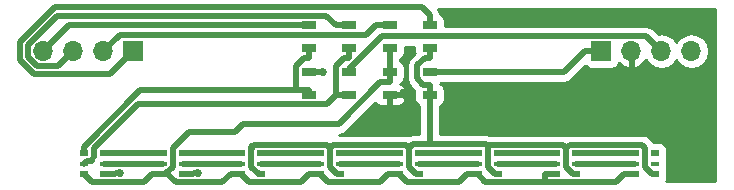
<source format=gtl>
G04 #@! TF.FileFunction,Copper,L1,Top,Signal*
%FSLAX46Y46*%
G04 Gerber Fmt 4.6, Leading zero omitted, Abs format (unit mm)*
G04 Created by KiCad (PCBNEW 4.0.6) date Thu Jun 20 17:11:49 2019*
%MOMM*%
%LPD*%
G01*
G04 APERTURE LIST*
%ADD10C,0.100000*%
%ADD11R,0.800000X0.500000*%
%ADD12R,0.800000X0.300000*%
%ADD13R,1.700000X1.700000*%
%ADD14O,1.700000X1.700000*%
%ADD15R,1.300000X0.700000*%
%ADD16C,0.685800*%
%ADD17C,0.508000*%
%ADD18C,0.299800*%
%ADD19C,0.254000*%
G04 APERTURE END LIST*
D10*
D11*
X105810000Y-112870000D03*
D12*
X105810000Y-113770000D03*
D11*
X105810000Y-114670000D03*
X107510000Y-114670000D03*
D12*
X107510000Y-113770000D03*
D11*
X107510000Y-112870000D03*
X112480000Y-112870000D03*
D12*
X112480000Y-113770000D03*
D11*
X112480000Y-114670000D03*
X114180000Y-114670000D03*
D12*
X114180000Y-113770000D03*
D11*
X114180000Y-112870000D03*
X119150000Y-112870000D03*
D12*
X119150000Y-113770000D03*
D11*
X119150000Y-114670000D03*
X120850000Y-114670000D03*
D12*
X120850000Y-113770000D03*
D11*
X120850000Y-112870000D03*
X125810000Y-112870000D03*
D12*
X125810000Y-113770000D03*
D11*
X125810000Y-114670000D03*
X127510000Y-114670000D03*
D12*
X127510000Y-113770000D03*
D11*
X127510000Y-112870000D03*
X132480000Y-112870000D03*
D12*
X132480000Y-113770000D03*
D11*
X132480000Y-114670000D03*
X134180000Y-114670000D03*
D12*
X134180000Y-113770000D03*
D11*
X134180000Y-112870000D03*
X139150000Y-112870000D03*
D12*
X139150000Y-113770000D03*
D11*
X139150000Y-114670000D03*
X140850000Y-114670000D03*
D12*
X140850000Y-113770000D03*
D11*
X140850000Y-112870000D03*
X145810000Y-112870000D03*
D12*
X145810000Y-113770000D03*
D11*
X145810000Y-114670000D03*
X147510000Y-114670000D03*
D12*
X147510000Y-113770000D03*
D11*
X147510000Y-112870000D03*
X152480000Y-112870000D03*
D12*
X152480000Y-113770000D03*
D11*
X152480000Y-114670000D03*
X154180000Y-114670000D03*
D12*
X154180000Y-113770000D03*
D11*
X154180000Y-112870000D03*
D13*
X110000000Y-104250000D03*
D14*
X107460000Y-104250000D03*
X104920000Y-104250000D03*
X102380000Y-104250000D03*
D13*
X149630000Y-104250000D03*
D14*
X152170000Y-104250000D03*
X154710000Y-104250000D03*
X157250000Y-104250000D03*
D15*
X124900000Y-103950000D03*
X124900000Y-102050000D03*
X128300000Y-103950000D03*
X128300000Y-102050000D03*
X131700000Y-103950000D03*
X131700000Y-102050000D03*
X135100000Y-103950000D03*
X135100000Y-102050000D03*
X124900000Y-106050000D03*
X124900000Y-107950000D03*
X128300000Y-106050000D03*
X128300000Y-107950000D03*
X131700000Y-107950000D03*
X131700000Y-106050000D03*
X135100000Y-106050000D03*
X135100000Y-107950000D03*
D16*
X120013900Y-112346400D03*
X108921800Y-114564900D03*
X115494700Y-114572300D03*
X132847500Y-107820500D03*
X126058000Y-106050000D03*
D17*
X124900000Y-107950000D02*
X124900000Y-107559400D01*
X124900000Y-103950000D02*
X124900000Y-104808000D01*
X124471000Y-104808000D02*
X124900000Y-104808000D01*
X123793700Y-105485300D02*
X124471000Y-104808000D01*
X123793700Y-107559400D02*
X123793700Y-105485300D01*
X124900000Y-107559400D02*
X123793700Y-107559400D01*
X105810000Y-112340600D02*
X105810000Y-112870000D01*
X110591200Y-107559400D02*
X105810000Y-112340600D01*
X123793700Y-107559400D02*
X110591200Y-107559400D01*
X128300000Y-107950000D02*
X127142000Y-107950000D01*
X128300000Y-103950000D02*
X128300000Y-104808000D01*
X127142000Y-105537000D02*
X127142000Y-107950000D01*
X127871000Y-104808000D02*
X127142000Y-105537000D01*
X128300000Y-104808000D02*
X127871000Y-104808000D01*
X106665900Y-112419200D02*
X106665900Y-113196300D01*
X110378300Y-108706800D02*
X106665900Y-112419200D01*
X126385200Y-108706800D02*
X110378300Y-108706800D01*
X127142000Y-107950000D02*
X126385200Y-108706800D01*
D18*
X106533200Y-113329000D02*
X106533200Y-113530800D01*
X106665900Y-113196300D02*
X106533200Y-113329000D01*
D17*
X106049200Y-113530800D02*
X105810000Y-113770000D01*
X106533200Y-113530800D02*
X106049200Y-113530800D01*
X145810000Y-114670000D02*
X144902000Y-114670000D01*
X139150000Y-114670000D02*
X138242000Y-114670000D01*
X152480000Y-114670000D02*
X151572000Y-114670000D01*
X144902000Y-115330700D02*
X144902000Y-114670000D01*
X139810700Y-115330700D02*
X144902000Y-115330700D01*
X139150000Y-114670000D02*
X139810700Y-115330700D01*
X150911300Y-115330700D02*
X151572000Y-114670000D01*
X144902000Y-115330700D02*
X150911300Y-115330700D01*
X132480000Y-114670000D02*
X131572000Y-114670000D01*
X133140800Y-115330800D02*
X132480000Y-114670000D01*
X137581200Y-115330800D02*
X133140800Y-115330800D01*
X138242000Y-114670000D02*
X137581200Y-115330800D01*
X125810000Y-114670000D02*
X124902000Y-114670000D01*
X126502400Y-115362400D02*
X125810000Y-114670000D01*
X130879600Y-115362400D02*
X126502400Y-115362400D01*
X131572000Y-114670000D02*
X130879600Y-115362400D01*
X131700000Y-103950000D02*
X131700000Y-106050000D01*
X131700000Y-106050000D02*
X131700000Y-106908000D01*
X113594200Y-115374700D02*
X112814400Y-114594800D01*
X117537300Y-115374700D02*
X113594200Y-115374700D01*
X118242000Y-114670000D02*
X117537300Y-115374700D01*
X119150000Y-114670000D02*
X118242000Y-114670000D01*
X124239800Y-115332200D02*
X124902000Y-114670000D01*
X119812200Y-115332200D02*
X124239800Y-115332200D01*
X119150000Y-114670000D02*
X119812200Y-115332200D01*
X130935400Y-106908000D02*
X131700000Y-106908000D01*
X127402700Y-110440700D02*
X130935400Y-106908000D01*
X119262800Y-110440700D02*
X127402700Y-110440700D01*
X118602100Y-111101400D02*
X119262800Y-110440700D01*
X114716800Y-111101400D02*
X118602100Y-111101400D01*
X113340400Y-112477800D02*
X114716800Y-111101400D01*
X113340400Y-114068800D02*
X113340400Y-112477800D01*
X112814400Y-114594800D02*
X113340400Y-114068800D01*
X112739200Y-114670000D02*
X112480000Y-114670000D01*
X112814400Y-114594800D02*
X112739200Y-114670000D01*
X106499900Y-115359900D02*
X105810000Y-114670000D01*
X110882100Y-115359900D02*
X106499900Y-115359900D01*
X111572000Y-114670000D02*
X110882100Y-115359900D01*
X112480000Y-114670000D02*
X111572000Y-114670000D01*
X135100000Y-108254800D02*
X135100000Y-108808000D01*
X135100000Y-108254800D02*
X135100000Y-107950000D01*
X134671000Y-104808000D02*
X135100000Y-104808000D01*
X134043200Y-105435800D02*
X134671000Y-104808000D01*
X134043200Y-106571500D02*
X134043200Y-105435800D01*
X134563700Y-107092000D02*
X134043200Y-106571500D01*
X135100000Y-107092000D02*
X134563700Y-107092000D01*
X135100000Y-107950000D02*
X135100000Y-107092000D01*
X135100000Y-103950000D02*
X135100000Y-104808000D01*
X146945600Y-112209200D02*
X146660000Y-112494800D01*
X153100500Y-112209200D02*
X146945600Y-112209200D01*
X153330000Y-112438700D02*
X153100500Y-112209200D01*
X153330000Y-114045200D02*
X153330000Y-112438700D01*
X153954800Y-114670000D02*
X153330000Y-114045200D01*
X154180000Y-114670000D02*
X153954800Y-114670000D01*
X147274200Y-114670000D02*
X147510000Y-114670000D01*
X146660000Y-114055800D02*
X147274200Y-114670000D01*
X146660000Y-112494800D02*
X146660000Y-114055800D01*
X140189300Y-112209200D02*
X140043200Y-112355300D01*
X146374400Y-112209200D02*
X140189300Y-112209200D01*
X146660000Y-112494800D02*
X146374400Y-112209200D01*
X140614200Y-114670000D02*
X140850000Y-114670000D01*
X140043200Y-114099000D02*
X140614200Y-114670000D01*
X140043200Y-112355300D02*
X140043200Y-114099000D01*
X135100000Y-112159700D02*
X135100000Y-108808000D01*
X139847600Y-112159700D02*
X135100000Y-112159700D01*
X140043200Y-112355300D02*
X139847600Y-112159700D01*
X133665100Y-112159700D02*
X133373200Y-112451600D01*
X135100000Y-112159700D02*
X133665100Y-112159700D01*
X133373200Y-114099000D02*
X133373200Y-112451600D01*
X133944200Y-114670000D02*
X133373200Y-114099000D01*
X134180000Y-114670000D02*
X133944200Y-114670000D01*
X126877700Y-112209200D02*
X126660000Y-112426900D01*
X133130800Y-112209200D02*
X126877700Y-112209200D01*
X133373200Y-112451600D02*
X133130800Y-112209200D01*
X127274200Y-114670000D02*
X127510000Y-114670000D01*
X126660000Y-114055800D02*
X127274200Y-114670000D01*
X126660000Y-112426900D02*
X126660000Y-114055800D01*
X120267100Y-112207500D02*
X120071100Y-112403500D01*
X126440600Y-112207500D02*
X120267100Y-112207500D01*
X126660000Y-112426900D02*
X126440600Y-112207500D01*
X120614200Y-114670000D02*
X120850000Y-114670000D01*
X120000000Y-114055800D02*
X120614200Y-114670000D01*
X120000000Y-112474600D02*
X120000000Y-114055800D01*
X120071100Y-112403500D02*
X120000000Y-112474600D01*
X120071100Y-112403500D02*
X120013900Y-112346400D01*
X108523100Y-114564900D02*
X108418000Y-114670000D01*
X108921800Y-114564900D02*
X108523100Y-114564900D01*
X107510000Y-114670000D02*
X108418000Y-114670000D01*
X114180000Y-114670000D02*
X115088000Y-114670000D01*
X115185700Y-114572300D02*
X115088000Y-114670000D01*
X115494700Y-114572300D02*
X115185700Y-114572300D01*
X111572000Y-113770000D02*
X108418000Y-113770000D01*
X112480000Y-113770000D02*
X111572000Y-113770000D01*
X107510000Y-113770000D02*
X108418000Y-113770000D01*
X112480000Y-112870000D02*
X107510000Y-112870000D01*
X119150000Y-113770000D02*
X114180000Y-113770000D01*
X119150000Y-112870000D02*
X114180000Y-112870000D01*
X125810000Y-113770000D02*
X120850000Y-113770000D01*
X125810000Y-112870000D02*
X120850000Y-112870000D01*
X132480000Y-113770000D02*
X127510000Y-113770000D01*
X132480000Y-112870000D02*
X127510000Y-112870000D01*
X139150000Y-113770000D02*
X134180000Y-113770000D01*
X139150000Y-112870000D02*
X134180000Y-112870000D01*
X145810000Y-113770000D02*
X140850000Y-113770000D01*
X145810000Y-112870000D02*
X140850000Y-112870000D01*
X152480000Y-113770000D02*
X147510000Y-113770000D01*
X152480000Y-112870000D02*
X147510000Y-112870000D01*
X135100000Y-102050000D02*
X135100000Y-101192000D01*
X108055600Y-106194400D02*
X110000000Y-104250000D01*
X101606200Y-106194400D02*
X108055600Y-106194400D01*
X100454800Y-105043000D02*
X101606200Y-106194400D01*
X100454800Y-103453100D02*
X100454800Y-105043000D01*
X103376600Y-100531300D02*
X100454800Y-103453100D01*
X134439300Y-100531300D02*
X103376600Y-100531300D01*
X135100000Y-101192000D02*
X134439300Y-100531300D01*
X108858100Y-102851900D02*
X107460000Y-104250000D01*
X129740100Y-102851900D02*
X108858100Y-102851900D01*
X130542000Y-102050000D02*
X129740100Y-102851900D01*
X131700000Y-102050000D02*
X130542000Y-102050000D01*
X103636400Y-105533600D02*
X104920000Y-104250000D01*
X101879900Y-105533600D02*
X103636400Y-105533600D01*
X101115600Y-104769300D02*
X101879900Y-105533600D01*
X101115600Y-103726800D02*
X101115600Y-104769300D01*
X103584400Y-101258000D02*
X101115600Y-103726800D01*
X126350000Y-101258000D02*
X103584400Y-101258000D01*
X127142000Y-102050000D02*
X126350000Y-101258000D01*
X128300000Y-102050000D02*
X127142000Y-102050000D01*
X104580000Y-102050000D02*
X102380000Y-104250000D01*
X124900000Y-102050000D02*
X104580000Y-102050000D01*
X146472000Y-106050000D02*
X148272000Y-104250000D01*
X135100000Y-106050000D02*
X146472000Y-106050000D01*
X149630000Y-104250000D02*
X148272000Y-104250000D01*
X132718000Y-107950000D02*
X132847500Y-107820500D01*
X131700000Y-107950000D02*
X132718000Y-107950000D01*
X153453200Y-102993200D02*
X154710000Y-104250000D01*
X131079400Y-102993200D02*
X153453200Y-102993200D01*
X128300000Y-105772600D02*
X131079400Y-102993200D01*
X128300000Y-106050000D02*
X128300000Y-105772600D01*
X124900000Y-106050000D02*
X126058000Y-106050000D01*
D19*
G36*
X159290000Y-115290000D02*
X155095730Y-115290000D01*
X155176431Y-115171890D01*
X155227440Y-114920000D01*
X155227440Y-114420000D01*
X155183162Y-114184683D01*
X155175658Y-114173021D01*
X155176431Y-114171890D01*
X155227440Y-113920000D01*
X155227440Y-113620000D01*
X155183162Y-113384683D01*
X155175658Y-113373021D01*
X155176431Y-113371890D01*
X155227440Y-113120000D01*
X155227440Y-112620000D01*
X155183162Y-112384683D01*
X155044090Y-112168559D01*
X154831890Y-112023569D01*
X154580000Y-111972560D01*
X154067182Y-111972560D01*
X153958618Y-111810082D01*
X153729118Y-111580582D01*
X153645594Y-111524773D01*
X153440706Y-111387871D01*
X153100500Y-111320200D01*
X146945600Y-111320200D01*
X146660000Y-111377009D01*
X146374400Y-111320200D01*
X140189300Y-111320200D01*
X140142877Y-111329434D01*
X139847600Y-111270700D01*
X135989000Y-111270700D01*
X135989000Y-108900792D01*
X136201441Y-108764090D01*
X136346431Y-108551890D01*
X136397440Y-108300000D01*
X136397440Y-107600000D01*
X136353162Y-107364683D01*
X136214090Y-107148559D01*
X136001890Y-107003569D01*
X135988803Y-107000919D01*
X136085028Y-106939000D01*
X146472000Y-106939000D01*
X146812206Y-106871329D01*
X147100618Y-106678618D01*
X148281410Y-105497826D01*
X148315910Y-105551441D01*
X148528110Y-105696431D01*
X148780000Y-105747440D01*
X150480000Y-105747440D01*
X150715317Y-105703162D01*
X150931441Y-105564090D01*
X151076431Y-105351890D01*
X151098301Y-105243893D01*
X151403076Y-105521645D01*
X151813110Y-105691476D01*
X152043000Y-105570155D01*
X152043000Y-104377000D01*
X152023000Y-104377000D01*
X152023000Y-104123000D01*
X152043000Y-104123000D01*
X152043000Y-104103000D01*
X152297000Y-104103000D01*
X152297000Y-104123000D01*
X152317000Y-104123000D01*
X152317000Y-104377000D01*
X152297000Y-104377000D01*
X152297000Y-105570155D01*
X152526890Y-105691476D01*
X152936924Y-105521645D01*
X153365183Y-105131358D01*
X153432298Y-104988447D01*
X153659946Y-105329147D01*
X154141715Y-105651054D01*
X154710000Y-105764093D01*
X155278285Y-105651054D01*
X155760054Y-105329147D01*
X155980000Y-104999974D01*
X156199946Y-105329147D01*
X156681715Y-105651054D01*
X157250000Y-105764093D01*
X157818285Y-105651054D01*
X158300054Y-105329147D01*
X158621961Y-104847378D01*
X158735000Y-104279093D01*
X158735000Y-104220907D01*
X158621961Y-103652622D01*
X158300054Y-103170853D01*
X157818285Y-102848946D01*
X157250000Y-102735907D01*
X156681715Y-102848946D01*
X156199946Y-103170853D01*
X155980000Y-103500026D01*
X155760054Y-103170853D01*
X155278285Y-102848946D01*
X154710000Y-102735907D01*
X154495758Y-102778522D01*
X154081818Y-102364582D01*
X153793406Y-102171871D01*
X153453200Y-102104200D01*
X136397440Y-102104200D01*
X136397440Y-101700000D01*
X136353162Y-101464683D01*
X136214090Y-101248559D01*
X136001890Y-101103569D01*
X135970131Y-101097138D01*
X135921329Y-100851794D01*
X135826585Y-100710000D01*
X159290000Y-100710000D01*
X159290000Y-115290000D01*
X159290000Y-115290000D01*
G37*
X159290000Y-115290000D02*
X155095730Y-115290000D01*
X155176431Y-115171890D01*
X155227440Y-114920000D01*
X155227440Y-114420000D01*
X155183162Y-114184683D01*
X155175658Y-114173021D01*
X155176431Y-114171890D01*
X155227440Y-113920000D01*
X155227440Y-113620000D01*
X155183162Y-113384683D01*
X155175658Y-113373021D01*
X155176431Y-113371890D01*
X155227440Y-113120000D01*
X155227440Y-112620000D01*
X155183162Y-112384683D01*
X155044090Y-112168559D01*
X154831890Y-112023569D01*
X154580000Y-111972560D01*
X154067182Y-111972560D01*
X153958618Y-111810082D01*
X153729118Y-111580582D01*
X153645594Y-111524773D01*
X153440706Y-111387871D01*
X153100500Y-111320200D01*
X146945600Y-111320200D01*
X146660000Y-111377009D01*
X146374400Y-111320200D01*
X140189300Y-111320200D01*
X140142877Y-111329434D01*
X139847600Y-111270700D01*
X135989000Y-111270700D01*
X135989000Y-108900792D01*
X136201441Y-108764090D01*
X136346431Y-108551890D01*
X136397440Y-108300000D01*
X136397440Y-107600000D01*
X136353162Y-107364683D01*
X136214090Y-107148559D01*
X136001890Y-107003569D01*
X135988803Y-107000919D01*
X136085028Y-106939000D01*
X146472000Y-106939000D01*
X146812206Y-106871329D01*
X147100618Y-106678618D01*
X148281410Y-105497826D01*
X148315910Y-105551441D01*
X148528110Y-105696431D01*
X148780000Y-105747440D01*
X150480000Y-105747440D01*
X150715317Y-105703162D01*
X150931441Y-105564090D01*
X151076431Y-105351890D01*
X151098301Y-105243893D01*
X151403076Y-105521645D01*
X151813110Y-105691476D01*
X152043000Y-105570155D01*
X152043000Y-104377000D01*
X152023000Y-104377000D01*
X152023000Y-104123000D01*
X152043000Y-104123000D01*
X152043000Y-104103000D01*
X152297000Y-104103000D01*
X152297000Y-104123000D01*
X152317000Y-104123000D01*
X152317000Y-104377000D01*
X152297000Y-104377000D01*
X152297000Y-105570155D01*
X152526890Y-105691476D01*
X152936924Y-105521645D01*
X153365183Y-105131358D01*
X153432298Y-104988447D01*
X153659946Y-105329147D01*
X154141715Y-105651054D01*
X154710000Y-105764093D01*
X155278285Y-105651054D01*
X155760054Y-105329147D01*
X155980000Y-104999974D01*
X156199946Y-105329147D01*
X156681715Y-105651054D01*
X157250000Y-105764093D01*
X157818285Y-105651054D01*
X158300054Y-105329147D01*
X158621961Y-104847378D01*
X158735000Y-104279093D01*
X158735000Y-104220907D01*
X158621961Y-103652622D01*
X158300054Y-103170853D01*
X157818285Y-102848946D01*
X157250000Y-102735907D01*
X156681715Y-102848946D01*
X156199946Y-103170853D01*
X155980000Y-103500026D01*
X155760054Y-103170853D01*
X155278285Y-102848946D01*
X154710000Y-102735907D01*
X154495758Y-102778522D01*
X154081818Y-102364582D01*
X153793406Y-102171871D01*
X153453200Y-102104200D01*
X136397440Y-102104200D01*
X136397440Y-101700000D01*
X136353162Y-101464683D01*
X136214090Y-101248559D01*
X136001890Y-101103569D01*
X135970131Y-101097138D01*
X135921329Y-100851794D01*
X135826585Y-100710000D01*
X159290000Y-100710000D01*
X159290000Y-115290000D01*
G36*
X133802560Y-104300000D02*
X133821438Y-104400326D01*
X133414582Y-104807182D01*
X133221871Y-105095594D01*
X133154200Y-105435800D01*
X133154200Y-106571500D01*
X133221871Y-106911706D01*
X133366843Y-107128671D01*
X133414582Y-107200118D01*
X133804565Y-107590101D01*
X133802560Y-107600000D01*
X133802560Y-108300000D01*
X133846838Y-108535317D01*
X133985910Y-108751441D01*
X134198110Y-108896431D01*
X134211000Y-108899041D01*
X134211000Y-111270700D01*
X133665100Y-111270700D01*
X133324894Y-111338371D01*
X133301325Y-111354119D01*
X133130800Y-111320200D01*
X127450460Y-111320200D01*
X127742906Y-111262029D01*
X128031318Y-111069318D01*
X130490955Y-108609681D01*
X130511673Y-108659698D01*
X130690301Y-108838327D01*
X130923690Y-108935000D01*
X131414250Y-108935000D01*
X131573000Y-108776250D01*
X131573000Y-108077000D01*
X131827000Y-108077000D01*
X131827000Y-108776250D01*
X131985750Y-108935000D01*
X132476310Y-108935000D01*
X132709699Y-108838327D01*
X132888327Y-108659698D01*
X132985000Y-108426309D01*
X132985000Y-108235750D01*
X132826250Y-108077000D01*
X131827000Y-108077000D01*
X131573000Y-108077000D01*
X131553000Y-108077000D01*
X131553000Y-107823000D01*
X131573000Y-107823000D01*
X131573000Y-107803000D01*
X131827000Y-107803000D01*
X131827000Y-107823000D01*
X132826250Y-107823000D01*
X132985000Y-107664250D01*
X132985000Y-107473691D01*
X132888327Y-107240302D01*
X132709699Y-107061673D01*
X132573713Y-107005346D01*
X132585317Y-107003162D01*
X132801441Y-106864090D01*
X132946431Y-106651890D01*
X132997440Y-106400000D01*
X132997440Y-105700000D01*
X132953162Y-105464683D01*
X132814090Y-105248559D01*
X132601890Y-105103569D01*
X132589000Y-105100959D01*
X132589000Y-104900792D01*
X132801441Y-104764090D01*
X132946431Y-104551890D01*
X132997440Y-104300000D01*
X132997440Y-103882200D01*
X133802560Y-103882200D01*
X133802560Y-104300000D01*
X133802560Y-104300000D01*
G37*
X133802560Y-104300000D02*
X133821438Y-104400326D01*
X133414582Y-104807182D01*
X133221871Y-105095594D01*
X133154200Y-105435800D01*
X133154200Y-106571500D01*
X133221871Y-106911706D01*
X133366843Y-107128671D01*
X133414582Y-107200118D01*
X133804565Y-107590101D01*
X133802560Y-107600000D01*
X133802560Y-108300000D01*
X133846838Y-108535317D01*
X133985910Y-108751441D01*
X134198110Y-108896431D01*
X134211000Y-108899041D01*
X134211000Y-111270700D01*
X133665100Y-111270700D01*
X133324894Y-111338371D01*
X133301325Y-111354119D01*
X133130800Y-111320200D01*
X127450460Y-111320200D01*
X127742906Y-111262029D01*
X128031318Y-111069318D01*
X130490955Y-108609681D01*
X130511673Y-108659698D01*
X130690301Y-108838327D01*
X130923690Y-108935000D01*
X131414250Y-108935000D01*
X131573000Y-108776250D01*
X131573000Y-108077000D01*
X131827000Y-108077000D01*
X131827000Y-108776250D01*
X131985750Y-108935000D01*
X132476310Y-108935000D01*
X132709699Y-108838327D01*
X132888327Y-108659698D01*
X132985000Y-108426309D01*
X132985000Y-108235750D01*
X132826250Y-108077000D01*
X131827000Y-108077000D01*
X131573000Y-108077000D01*
X131553000Y-108077000D01*
X131553000Y-107823000D01*
X131573000Y-107823000D01*
X131573000Y-107803000D01*
X131827000Y-107803000D01*
X131827000Y-107823000D01*
X132826250Y-107823000D01*
X132985000Y-107664250D01*
X132985000Y-107473691D01*
X132888327Y-107240302D01*
X132709699Y-107061673D01*
X132573713Y-107005346D01*
X132585317Y-107003162D01*
X132801441Y-106864090D01*
X132946431Y-106651890D01*
X132997440Y-106400000D01*
X132997440Y-105700000D01*
X132953162Y-105464683D01*
X132814090Y-105248559D01*
X132601890Y-105103569D01*
X132589000Y-105100959D01*
X132589000Y-104900792D01*
X132801441Y-104764090D01*
X132946431Y-104551890D01*
X132997440Y-104300000D01*
X132997440Y-103882200D01*
X133802560Y-103882200D01*
X133802560Y-104300000D01*
M02*

</source>
